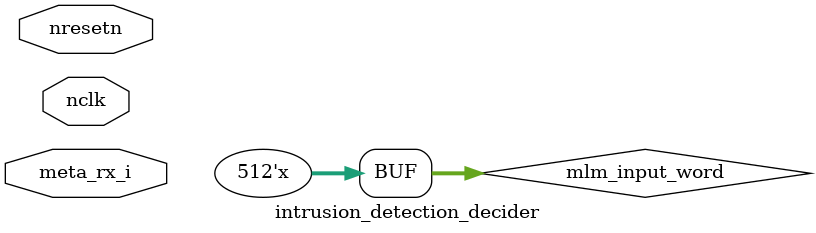
<source format=sv>

module intrusion_detection_decider(
    // Incoming clock and reset 
    input logic nclk, 
    input logic nresetn, 

    // Incoming stream of extracted payload 
    AXI4S.s s_axis_payload_rx, 

    // Incoming Meta-Information consisting of QPN and opcode 
    input logic [31:0] meta_rx_i, 

    // Outgoing Meta-Interface: communicates combination of QPN & ML-Decision, valid and ack 
    metaIntf.m m_rdma_intrusion_decision 
);

    ////////////////////////////////////////////////////////////////////////////////
    //
    // Definition of data types
    //
    ///////////////////////////////////////////////////////////////////////////////

    // 512 Bit Data Type to hold the incoming words 
    typedef logic [511:0] DataWord; 

    // Pointer to indicate fill-level of the DataWord 
    typedef logic [9:0] DataFillIndicator; 

    // 64 Bit Data Type to hold the keep signal 
    typedef logic [63:0] DataKeep; 

    // 24 Bit Signal to hold the QPN for meta-information 
    typedef logic [23:0] MetaQPN; 

    // 8 Bit Signal to hold the RDMA-Opcode 
    typedef logic [7:0] MetaOpcode; 

    // Combine QPN and Opcode to a single Meta-Datatype 
    typedef struct packed{
        MetaQPN QPN;
        MetaOpcode Opcode;
        logic incomplete; 
        logic valid; 
        logic last; 
    } MetaInformation; 

    // Decision-Word, combines QPN and decision for outgoing FIFO-port 
    typedef struct packed{
        MetaQPN QPN;        // 24 Bit 
        logic acceptable;   // 1 Bit 
    } DecisionWord; 


    ///////////////////////////////////////////////////////////////////////////////
    //
    // Definition of all required registers 
    //
    //////////////////////////////////////////////////////////////////////////////

    // Side-channel pipeline of meta-information besides the ML-model 
    MetaInformation meta_pipeline[11]; 

    // Inverted Reset for sanity
    logic rst_inverted; 

    // Connections to the ML-model interfaces 
    logic mlm_ready; 
    logic mlm_idle; 
    logic mlm_done; 
    logic mlm_decision_data; 
    logic mlm_decision_valid; 
    logic mlm_start;
    DataWord mlm_input_word; 

    // Intermediate ML-decision aggregator 
    DecisionWord ml_decision_aggregator;

    // Decision calculator 
    logic decision_calculator;

    // Input delay 
    DataWord input_data_delayed;
    logic input_valid_delayed;
 

    ///////////////////////////////////////////////////////////////////////////////
    //
    // Combinatorial logic 
    //
    ///////////////////////////////////////////////////////////////////////////////

    // Reversal of the reset for my own sanity
    assign rst_inverted = ~nresetn;

    // Calculation of the final ACK / NAK decision 
    assign decision_calculator = ((meta_pipeline[10].incomplete) ? (ml_decision_aggregator.acceptable) : (ml_decision_aggregator.acceptable & (~mlm_decision_data)));

    // Bit-Reversal of the input 
    always_comb begin
        for(integer bit_index = 0; bit_index < 512; bit_index++) begin 
            mlm_input_word[bit_index] = s_axis_payload_rx.tdata[511-bit_index];
        end
    end

    ///////////////////////////////////////////////////////////////////////////////
    //
    // Integration of the ML-Decision-Model on the datapath 
    //
    //////////////////////////////////////////////////////////////////////////////

    myproject intrusion_detector_1(
        .ap_clk(nclk), 
        .ap_rst(rst_inverted), 
        .ap_start(s_axis_payload_rx.tvalid), 
        .ap_done(mlm_done), 
        .ap_idle(mlm_idle), 
        .ap_ready(mlm_ready), 
        .q_dense_input_ap_vld(s_axis_payload_rx.tvalid), 
        .q_dense_input(mlm_input_word), 
        .layer12_out(mlm_decision_data), 
        .layer12_out_ap_vld(mlm_decision_valid)
    );
    
    // ILA around the ML
    /*ila_ml_internal inst_ila_ml_internal(
        .clk(nclk), 
        .probe0(mlm_done),              // 1
        .probe1(mlm_idle),              // 1
        .probe2(mlm_ready),             // 1
        .probe3(mlm_input_word),        // 512
        .probe4(mlm_decision_data),     // 1
        .probe5(mlm_decision_valid)     // 1
    );*/
    
    ///////////////////////////////////////////////////////////////////////////////
    //
    // Sequential logic of the meta-side channel
    //
    ///////////////////////////////////////////////////////////////////////////////

    always_ff @(posedge nclk) begin
        if(rst_inverted) begin 
            // Reset of the sidechannel-pipeline 
            for(integer pipeline_stage = 0; pipeline_stage < 11; pipeline_stage++) begin 
                meta_pipeline[pipeline_stage].QPN <= 24'b0;
                meta_pipeline[pipeline_stage].Opcode <= 8'b0;
                meta_pipeline[pipeline_stage].incomplete <= 1'b0;
                meta_pipeline[pipeline_stage].valid <= 1'b0;
                meta_pipeline[pipeline_stage].last <= 1'b0;
            end 
        end else begin 
            // Activate the first stage of the pipeline if there is a valid input 
            if(s_axis_payload_rx.tvalid) begin 
                meta_pipeline[0].QPN <= meta_rx_i[31:8];
                meta_pipeline[0].Opcode <= meta_rx_i[7:0];
                meta_pipeline[0].incomplete <= ~(s_axis_payload_rx.tkeep == 64'hffffffffffffffff);
                meta_pipeline[0].valid <= s_axis_payload_rx.tvalid;
                meta_pipeline[0].last <= s_axis_payload_rx.tlast;
            end else begin 
                meta_pipeline[0].QPN <= 24'b0;
                meta_pipeline[0].Opcode <= 8'b0;
                meta_pipeline[0].incomplete <= 1'b0;
                meta_pipeline[0].valid <= 1'b0;
                meta_pipeline[0].last <= 1'b0;
            end 

            // Subsequent pipeline stages 
            for(integer pipeline_stage = 1; pipeline_stage < 11; pipeline_stage++) begin 
                meta_pipeline[pipeline_stage] <= meta_pipeline[pipeline_stage-1];
            end 
        end 
    end


    //////////////////////////////////////////////////////////////////////////////////////
    //
    // Sequential logic of the ML-decision-aggregator
    //
    /////////////////////////////////////////////////////////////////////////////////////

    always_ff @(posedge nclk) begin 
        if(rst_inverted) begin 
            // Reset the ML-decision aggregator 
            ml_decision_aggregator.QPN <= 24'b0;
            ml_decision_aggregator.acceptable <= 1'b1;

            // Reset the outgoing interface port 
            m_rdma_intrusion_decision.valid <= 1'b0;
            m_rdma_intrusion_decision.data <= 25'b0;
        end else begin 
            if(meta_pipeline[10].valid) begin 
                if(meta_pipeline[10].last) begin 
                    // Send out ML-decision for the whole payload-chunk 
                    m_rdma_intrusion_decision.valid <= 1'b1;
                    m_rdma_intrusion_decision.data[24:1] <= ml_decision_aggregator.QPN;
                    m_rdma_intrusion_decision.data[0] <= decision_calculator; 

                    // Reset the ml_decision_aggregator 
                    ml_decision_aggregator.QPN <= 24'b0;
                    ml_decision_aggregator.acceptable <= 1'b1;
                end else begin 
                    // Reset the ML-decision interface output 
                    m_rdma_intrusion_decision.valid <= 1'b0;
                    m_rdma_intrusion_decision.data[24:0] <= 25'b0;

                    // Concatenate the ML-output in the ml_decision_aggregator 
                    ml_decision_aggregator.QPN <= meta_pipeline[10].QPN;
                    ml_decision_aggregator.acceptable <= decision_calculator;
                end 
            end else begin 
                // Reset the ML-decision interface output 
                m_rdma_intrusion_decision.valid <= 1'b0;
                m_rdma_intrusion_decision.data[24:0] <= 25'b0;
            end 
        end 
    end 

endmodule

</source>
